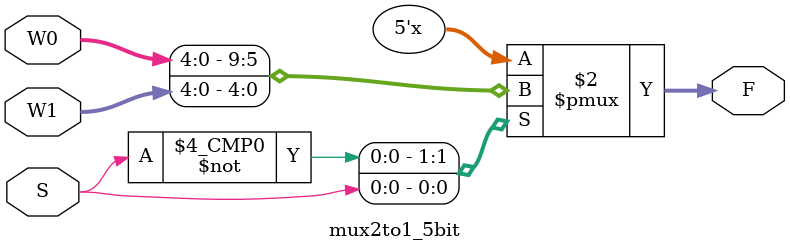
<source format=v>
module mux2to1_5bit(W0, W1, F, S);
	input [4:0] W0;
	input [4:0] W1;
	input S;
	
	output reg [4:0] F;
	
	always @(S) begin
		case (S)
			1'b0: F = W0;
			1'b1: F = W1;
		endcase
	end
endmodule
</source>
